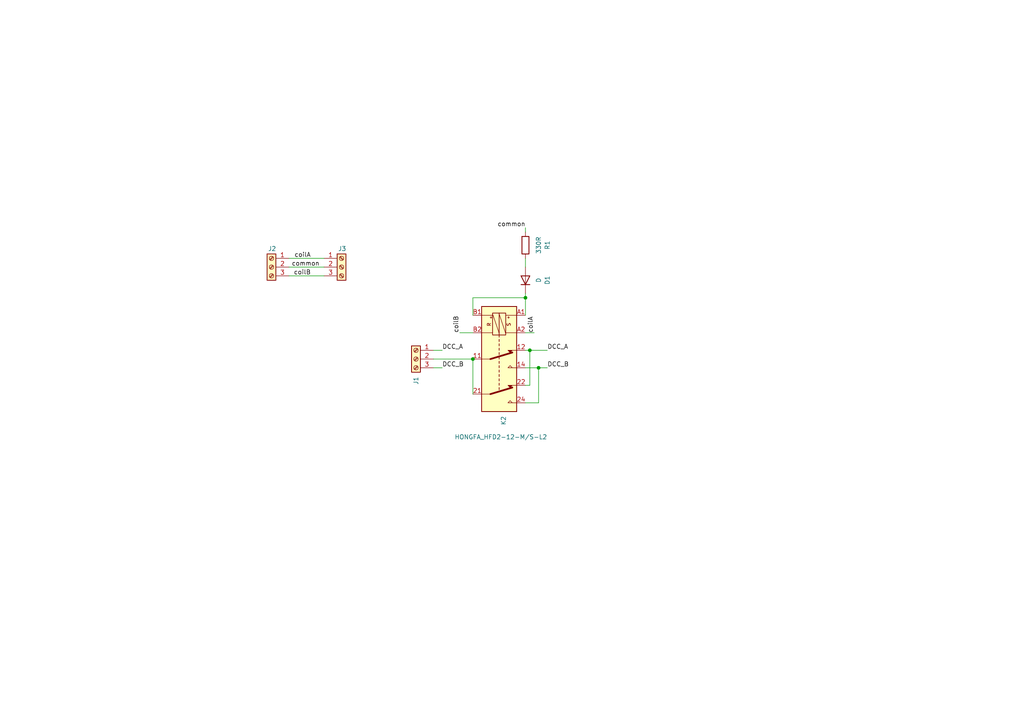
<source format=kicad_sch>
(kicad_sch (version 20231120) (generator "eeschema") (generator_version "8.0")
  (paper "A4")
  (lib_symbols
    (symbol "Connector:Screw_Terminal_01x03" (pin_names (offset 1.016) hide)
      (property "Reference" "J" (at 0 5.08 0))
      (property "Value" "Screw_Terminal_01x03" (at 0 -5.08 0))
      (symbol "Screw_Terminal_01x03_1_1"
        (rectangle (start -1.27 3.81) (end 1.27 -3.81) (stroke (width 0.254)) (fill (type background)))
        (circle (center 0 -2.54) (radius 0.635) (stroke (width 0.1524)))
        (polyline (pts (xy -0.5334 -2.2098) (xy 0.3302 -3.048)) (stroke (width 0.1524)))
        (polyline (pts (xy -0.5334 0.3302) (xy 0.3302 -0.508)) (stroke (width 0.1524)))
        (polyline (pts (xy -0.5334 2.8702) (xy 0.3302 2.032)) (stroke (width 0.1524)))
        (polyline (pts (xy -0.3556 -2.032) (xy 0.508 -2.8702)) (stroke (width 0.1524)))
        (polyline (pts (xy -0.3556 0.508) (xy 0.508 -0.3302)) (stroke (width 0.1524)))
        (polyline (pts (xy -0.3556 3.048) (xy 0.508 2.2098)) (stroke (width 0.1524)))
        (circle (center 0 0) (radius 0.635) (stroke (width 0.1524)))
        (circle (center 0 2.54) (radius 0.635) (stroke (width 0.1524)))
        (pin passive line (at -5.08 2.54 0) (length 3.81) (name "Pin_1") (number "1"))
        (pin passive line (at -5.08 0 0) (length 3.81) (name "Pin_2") (number "2"))
        (pin passive line (at -5.08 -2.54 0) (length 3.81) (name "Pin_3") (number "3"))
      )
    )
    (symbol "Device:D" (pin_numbers hide) (pin_names (offset 1.016) hide)
      (property "Reference" "D" (at 0 2.54 0))
      (property "Value" "D" (at 0 -2.54 0))
      (symbol "D_0_1"
        (polyline (pts (xy -1.27 1.27) (xy -1.27 -1.27)) (stroke (width 0.254)))
        (polyline (pts (xy 1.27 0) (xy -1.27 0)))
        (polyline (pts (xy 1.27 1.27) (xy 1.27 -1.27) (xy -1.27 0) (xy 1.27 1.27)) (stroke (width 0.254)))
      )
      (symbol "D_1_1"
        (pin passive line (at -3.81 0 0) (length 2.54) (name "K") (number "1"))
        (pin passive line (at 3.81 0 180) (length 2.54) (name "A") (number "2"))
      )
    )
    (symbol "Device:R" (pin_numbers hide) (pin_names (offset 0))
      (property "Reference" "R" (at 2.032 0 90))
      (property "Value" "R" (at 0 0 90))
      (symbol "R_0_1"
        (rectangle (start -1.016 -2.54) (end 1.016 2.54) (stroke (width 0.254)))
      )
      (symbol "R_1_1"
        (pin passive line (at 0 3.81 270) (length 1.27) (name "~") (number "1"))
        (pin passive line (at 0 -3.81 90) (length 1.27) (name "~") (number "2"))
      )
    )
    (symbol "Relay:HONGFA_HFD2-0xx-x-L2-x"
      (property "Reference" "K" (at 16.51 3.81 0))
      (property "Value" "HONGFA_HFD2-0xx-x-L2-x" (at 16.51 1.27 0))
      (symbol "HONGFA_HFD2-0xx-x-L2-x_0_0"
        (polyline (pts (xy -2.54 5.08) (xy -2.54 2.54) (xy -1.905 3.175) (xy -2.54 3.81)) (fill (type outline)))
        (polyline (pts (xy 2.54 5.08) (xy 2.54 2.54) (xy 1.905 3.175) (xy 2.54 3.81)))
        (polyline (pts (xy 7.62 5.08) (xy 7.62 2.54) (xy 8.255 3.175) (xy 7.62 3.81)) (fill (type outline)))
        (polyline (pts (xy 12.7 5.08) (xy 12.7 2.54) (xy 12.065 3.175) (xy 12.7 3.81)))
        (text "+" (at -12.065 -2.413 0) (effects (font (size 0.762 0.762))))
        (text "+" (at -12.065 2.667 0) (effects (font (size 0.762 0.762))))
        (text "R" (at -10.033 -2.921 0) (effects (font (size 1.016 1.016))))
        (text "S" (at -10.033 2.794 0) (effects (font (size 1.016 1.016))))
      )
      (symbol "HONGFA_HFD2-0xx-x-L2-x_0_1"
        (rectangle (start -15.24 5.08) (end 15.24 -5.08) (stroke (width 0.254)) (fill (type background)))
        (rectangle (start -13.335 1.905) (end -6.985 -1.905) (stroke (width 0.2032)))
        (polyline (pts (xy -13.335 0) (xy -6.35 0)) (stroke (width 0.2032)))
        (polyline (pts (xy -13.081 -1.905) (xy -7.493 0)))
        (polyline (pts (xy -13.081 0) (xy -7.366 1.905)))
        (polyline (pts (xy -12.7 -5.08) (xy -12.7 -1.905)))
        (polyline (pts (xy -12.7 5.08) (xy -12.7 1.905)))
        (polyline (pts (xy -7.62 -5.08) (xy -7.62 -1.905)))
        (polyline (pts (xy -7.62 5.08) (xy -7.62 1.905)))
        (polyline (pts (xy -5.715 0) (xy -5.08 0)) (stroke (width 0.2032)))
        (polyline (pts (xy -4.445 0) (xy -3.81 0)) (stroke (width 0.2032)))
        (polyline (pts (xy -3.175 0) (xy -2.54 0)) (stroke (width 0.2032)))
        (polyline (pts (xy -1.905 0) (xy -1.27 0)) (stroke (width 0.2032)))
        (polyline (pts (xy -0.635 0) (xy 0 0)) (stroke (width 0.2032)))
        (polyline (pts (xy 0 -2.54) (xy -1.905 3.81)) (stroke (width 0.508)))
        (polyline (pts (xy 0 -2.54) (xy 0 -5.08)))
        (polyline (pts (xy 0.635 0) (xy 1.27 0)) (stroke (width 0.2032)))
        (polyline (pts (xy 1.905 0) (xy 2.54 0)) (stroke (width 0.2032)))
        (polyline (pts (xy 3.175 0) (xy 3.81 0)) (stroke (width 0.2032)))
        (polyline (pts (xy 4.445 0) (xy 5.08 0)) (stroke (width 0.2032)))
        (polyline (pts (xy 5.715 0) (xy 6.35 0)) (stroke (width 0.2032)))
        (polyline (pts (xy 6.985 0) (xy 7.62 0)) (stroke (width 0.2032)))
        (polyline (pts (xy 8.255 0) (xy 8.89 0)) (stroke (width 0.2032)))
        (polyline (pts (xy 10.16 -2.54) (xy 8.255 3.81)) (stroke (width 0.508)))
        (polyline (pts (xy 10.16 -2.54) (xy 10.16 -5.08)))
      )
      (symbol "HONGFA_HFD2-0xx-x-L2-x_1_1"
        (pin passive line (at 0 -7.62 90) (length 2.54) (name "~") (number "11"))
        (pin passive line (at -2.54 7.62 270) (length 2.54) (name "~") (number "12"))
        (pin passive line (at 2.54 7.62 270) (length 2.54) (name "~") (number "14"))
        (pin passive line (at 10.16 -7.62 90) (length 2.54) (name "~") (number "21"))
        (pin passive line (at 7.62 7.62 270) (length 2.54) (name "~") (number "22"))
        (pin passive line (at 12.7 7.62 270) (length 2.54) (name "~") (number "24"))
        (pin passive line (at -12.7 7.62 270) (length 2.54) (name "~") (number "A1"))
        (pin passive line (at -7.62 7.62 270) (length 2.54) (name "~") (number "A2"))
        (pin passive line (at -12.7 -7.62 90) (length 2.54) (name "~") (number "B1"))
        (pin passive line (at -7.62 -7.62 90) (length 2.54) (name "~") (number "B2"))
      )
    )
  )
  (junction (at 156.21 106.68))
  (junction (at 153.67 101.6))
  (junction (at 152.4 86.36))
  (junction (at 137.16 104.14))
  (wire (pts (xy 152.4 106.68) (xy 156.21 106.68)))
  (wire (pts (xy 156.21 106.68) (xy 158.75 106.68)))
  (wire (pts (xy 152.4 66.04) (xy 152.4 67.31)))
  (wire (pts (xy 152.4 101.6) (xy 153.67 101.6)))
  (wire (pts (xy 137.16 86.36) (xy 152.4 86.36)))
  (wire (pts (xy 152.4 86.36) (xy 152.4 91.44)))
  (wire (pts (xy 153.67 101.6) (xy 158.75 101.6)))
  (wire (pts (xy 153.67 101.6) (xy 153.67 111.76)))
  (wire (pts (xy 137.16 91.44) (xy 137.16 86.36)))
  (wire (pts (xy 125.73 106.68) (xy 128.27 106.68)))
  (wire (pts (xy 152.4 74.93) (xy 152.4 77.47)))
  (wire (pts (xy 125.73 101.6) (xy 128.27 101.6)))
  (wire (pts (xy 137.16 96.52) (xy 133.35 96.52)))
  (wire (pts (xy 156.21 106.68) (xy 156.21 116.84)))
  (wire (pts (xy 83.82 74.93) (xy 93.98 74.93)))
  (wire (pts (xy 137.16 104.14) (xy 137.16 114.3)))
  (wire (pts (xy 152.4 111.76) (xy 153.67 111.76)))
  (wire (pts (xy 125.73 104.14) (xy 137.16 104.14)))
  (wire (pts (xy 154.94 96.52) (xy 152.4 96.52)))
  (wire (pts (xy 83.82 77.47) (xy 93.98 77.47)))
  (wire (pts (xy 152.4 85.09) (xy 152.4 86.36)))
  (wire (pts (xy 83.82 80.01) (xy 93.98 80.01)))
  (wire (pts (xy 156.21 116.84) (xy 152.4 116.84)))
  (label "DCC_A" (at 158.75 101.6 0))
  (label "coilB" (at 90.17 80.01 180))
  (label "coilA" (at 90.17 74.93 180))
  (label "coilB" (at 133.35 96.52 90))
  (label "DCC_B" (at 158.75 106.68 0))
  (label "coilA" (at 154.94 96.52 90))
  (label "common" (at 152.4 66.04 180))
  (label "DCC_B" (at 128.27 106.68 0))
  (label "DCC_A" (at 128.27 101.6 0))
  (label "common" (at 92.71 77.47 180))
  (symbol (lib_id "Connector:Screw_Terminal_01x03") (at 78.74 77.47 0) (mirror y) (unit 1)
    (property "Reference" "J2" (at 77.724 72.136 0) (effects (justify right)))
    (property "Value" "Screw_Terminal_01x03" (effects (hide yes)))
    (property "Footprint" "custom_kicad_lib_sk:connector_3.50mm_3P horizontal_MALE" (effects (hide yes)))
    (property "Description" "Generic screw terminal, single row, 01x03, script generated (kicad-library-utils/schlib/autogen/connector/)" (effects (hide yes)))
    (property "JLCPCB Part#" "C6394074" (effects (hide yes)))
  )
  (symbol (lib_id "Device:D") (at 152.4 81.28 90) (unit 1)
    (property "Reference" "D1" (at 158.75 81.28 0))
    (property "Value" "D" (at 156.21 81.28 0))
    (property "Footprint" "Diode_THT:D_DO-34_SOD68_P7.62mm_Horizontal" (effects (hide yes)))
    (property "Description" "Diode" (effects (hide yes)))
    (property "Sim.Device" "D" (effects (hide yes)))
    (property "Sim.Pins" "1=K 2=A" (effects (hide yes)))
  )
  (symbol (lib_id "Relay:HONGFA_HFD2-0xx-x-L2-x") (at 144.78 104.14 270) (unit 1)
    (property "Reference" "K2" (at 146.0501 120.65 0) (effects (justify left)))
    (property "Value" "HONGFA_HFD2-12-M/S-L2" (at 131.826 126.746 90) (effects (justify left)))
    (property "Footprint" "Relay_THT:Relay_DPDT_Omron_G6AK" (effects (hide yes)))
    (property "Datasheet" "https://source_cn.hongfa.com/Api/DownloadPdf/323" (effects (hide yes)))
    (property "Description" "Bistable miniature DPDT relay, 3A, 125VAC, THT" (effects (hide yes)))
  )
  (symbol (lib_id "Device:R") (at 152.4 71.12 0) (unit 1)
    (property "Reference" "R1" (at 158.75 71.12 90))
    (property "Value" "330R" (at 156.21 71.12 90))
    (property "Footprint" "Resistor_THT:R_Axial_DIN0204_L3.6mm_D1.6mm_P7.62mm_Horizontal" (effects (hide yes)))
    (property "Description" "Resistor" (effects (hide yes)))
  )
  (symbol (lib_id "Connector:Screw_Terminal_01x03") (at 120.65 104.14 0) (mirror y) (unit 1)
    (property "Reference" "J1" (at 120.6499 109.22 90) (effects (justify right)))
    (property "Value" "Screw_Terminal_01x03" (effects (hide yes)))
    (property "Footprint" "Connector_Phoenix_MC:PhoenixContact_MCV_1,5_3-G-3.5_1x03_P3.50mm_Vertical" (effects (hide yes)))
    (property "Description" "Generic screw terminal, single row, 01x03, script generated (kicad-library-utils/schlib/autogen/connector/)" (effects (hide yes)))
    (property "JLCPCB Part#" "C880555" (effects (hide yes)))
    (property "mating part#" "C560231" (effects (hide yes)))
  )
  (symbol (lib_id "Connector:Screw_Terminal_01x03") (at 99.06 77.47 0) (unit 1)
    (property "Reference" "J3" (at 98.044 72.136 0) (effects (justify left)))
    (property "Value" "Screw_Terminal_01x03" (effects (hide yes)))
    (property "Footprint" "Connector_Phoenix_MC:PhoenixContact_MC_1,5_3-G-3.5_1x03_P3.50mm_Horizontal" (effects (hide yes)))
    (property "Description" "Generic screw terminal, single row, 01x03, script generated (kicad-library-utils/schlib/autogen/connector/)" (effects (hide yes)))
    (property "JLCPCB Part#" "C880573" (effects (hide yes)))
    (property "Mating Part#" "C560213" (effects (hide yes)))
  )
)
</source>
